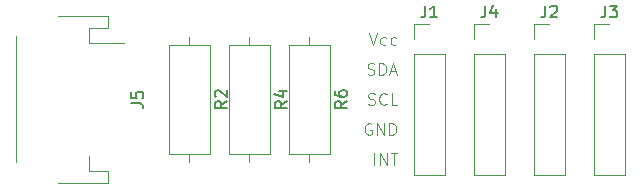
<source format=gbr>
G04 #@! TF.GenerationSoftware,KiCad,Pcbnew,8.0.3+1*
G04 #@! TF.CreationDate,2024-08-19T07:27:42+00:00*
G04 #@! TF.ProjectId,DDT_i2c_proto_breakboard,4444545f-6932-4635-9f70-726f746f5f62,r1*
G04 #@! TF.SameCoordinates,Original*
G04 #@! TF.FileFunction,Legend,Top*
G04 #@! TF.FilePolarity,Positive*
%FSLAX46Y46*%
G04 Gerber Fmt 4.6, Leading zero omitted, Abs format (unit mm)*
G04 Created by KiCad (PCBNEW 8.0.3+1) date 2024-08-19 07:27:42*
%MOMM*%
%LPD*%
G01*
G04 APERTURE LIST*
%ADD10C,0.100000*%
%ADD11C,0.150000*%
%ADD12C,0.120000*%
%ADD13R,1.700000X1.700000*%
%ADD14O,1.700000X1.700000*%
%ADD15C,1.600000*%
%ADD16O,1.600000X1.600000*%
G04 APERTURE END LIST*
D10*
X132506592Y-81737419D02*
X132506592Y-80737419D01*
X132982782Y-81737419D02*
X132982782Y-80737419D01*
X132982782Y-80737419D02*
X133554210Y-81737419D01*
X133554210Y-81737419D02*
X133554210Y-80737419D01*
X133887544Y-80737419D02*
X134458972Y-80737419D01*
X134173258Y-81737419D02*
X134173258Y-80737419D01*
X132078020Y-70577419D02*
X132411353Y-71577419D01*
X132411353Y-71577419D02*
X132744686Y-70577419D01*
X133506591Y-71529800D02*
X133411353Y-71577419D01*
X133411353Y-71577419D02*
X133220877Y-71577419D01*
X133220877Y-71577419D02*
X133125639Y-71529800D01*
X133125639Y-71529800D02*
X133078020Y-71482180D01*
X133078020Y-71482180D02*
X133030401Y-71386942D01*
X133030401Y-71386942D02*
X133030401Y-71101228D01*
X133030401Y-71101228D02*
X133078020Y-71005990D01*
X133078020Y-71005990D02*
X133125639Y-70958371D01*
X133125639Y-70958371D02*
X133220877Y-70910752D01*
X133220877Y-70910752D02*
X133411353Y-70910752D01*
X133411353Y-70910752D02*
X133506591Y-70958371D01*
X134363734Y-71529800D02*
X134268496Y-71577419D01*
X134268496Y-71577419D02*
X134078020Y-71577419D01*
X134078020Y-71577419D02*
X133982782Y-71529800D01*
X133982782Y-71529800D02*
X133935163Y-71482180D01*
X133935163Y-71482180D02*
X133887544Y-71386942D01*
X133887544Y-71386942D02*
X133887544Y-71101228D01*
X133887544Y-71101228D02*
X133935163Y-71005990D01*
X133935163Y-71005990D02*
X133982782Y-70958371D01*
X133982782Y-70958371D02*
X134078020Y-70910752D01*
X134078020Y-70910752D02*
X134268496Y-70910752D01*
X134268496Y-70910752D02*
X134363734Y-70958371D01*
X131982782Y-76609800D02*
X132125639Y-76657419D01*
X132125639Y-76657419D02*
X132363734Y-76657419D01*
X132363734Y-76657419D02*
X132458972Y-76609800D01*
X132458972Y-76609800D02*
X132506591Y-76562180D01*
X132506591Y-76562180D02*
X132554210Y-76466942D01*
X132554210Y-76466942D02*
X132554210Y-76371704D01*
X132554210Y-76371704D02*
X132506591Y-76276466D01*
X132506591Y-76276466D02*
X132458972Y-76228847D01*
X132458972Y-76228847D02*
X132363734Y-76181228D01*
X132363734Y-76181228D02*
X132173258Y-76133609D01*
X132173258Y-76133609D02*
X132078020Y-76085990D01*
X132078020Y-76085990D02*
X132030401Y-76038371D01*
X132030401Y-76038371D02*
X131982782Y-75943133D01*
X131982782Y-75943133D02*
X131982782Y-75847895D01*
X131982782Y-75847895D02*
X132030401Y-75752657D01*
X132030401Y-75752657D02*
X132078020Y-75705038D01*
X132078020Y-75705038D02*
X132173258Y-75657419D01*
X132173258Y-75657419D02*
X132411353Y-75657419D01*
X132411353Y-75657419D02*
X132554210Y-75705038D01*
X133554210Y-76562180D02*
X133506591Y-76609800D01*
X133506591Y-76609800D02*
X133363734Y-76657419D01*
X133363734Y-76657419D02*
X133268496Y-76657419D01*
X133268496Y-76657419D02*
X133125639Y-76609800D01*
X133125639Y-76609800D02*
X133030401Y-76514561D01*
X133030401Y-76514561D02*
X132982782Y-76419323D01*
X132982782Y-76419323D02*
X132935163Y-76228847D01*
X132935163Y-76228847D02*
X132935163Y-76085990D01*
X132935163Y-76085990D02*
X132982782Y-75895514D01*
X132982782Y-75895514D02*
X133030401Y-75800276D01*
X133030401Y-75800276D02*
X133125639Y-75705038D01*
X133125639Y-75705038D02*
X133268496Y-75657419D01*
X133268496Y-75657419D02*
X133363734Y-75657419D01*
X133363734Y-75657419D02*
X133506591Y-75705038D01*
X133506591Y-75705038D02*
X133554210Y-75752657D01*
X134458972Y-76657419D02*
X133982782Y-76657419D01*
X133982782Y-76657419D02*
X133982782Y-75657419D01*
X131935163Y-74069800D02*
X132078020Y-74117419D01*
X132078020Y-74117419D02*
X132316115Y-74117419D01*
X132316115Y-74117419D02*
X132411353Y-74069800D01*
X132411353Y-74069800D02*
X132458972Y-74022180D01*
X132458972Y-74022180D02*
X132506591Y-73926942D01*
X132506591Y-73926942D02*
X132506591Y-73831704D01*
X132506591Y-73831704D02*
X132458972Y-73736466D01*
X132458972Y-73736466D02*
X132411353Y-73688847D01*
X132411353Y-73688847D02*
X132316115Y-73641228D01*
X132316115Y-73641228D02*
X132125639Y-73593609D01*
X132125639Y-73593609D02*
X132030401Y-73545990D01*
X132030401Y-73545990D02*
X131982782Y-73498371D01*
X131982782Y-73498371D02*
X131935163Y-73403133D01*
X131935163Y-73403133D02*
X131935163Y-73307895D01*
X131935163Y-73307895D02*
X131982782Y-73212657D01*
X131982782Y-73212657D02*
X132030401Y-73165038D01*
X132030401Y-73165038D02*
X132125639Y-73117419D01*
X132125639Y-73117419D02*
X132363734Y-73117419D01*
X132363734Y-73117419D02*
X132506591Y-73165038D01*
X132935163Y-74117419D02*
X132935163Y-73117419D01*
X132935163Y-73117419D02*
X133173258Y-73117419D01*
X133173258Y-73117419D02*
X133316115Y-73165038D01*
X133316115Y-73165038D02*
X133411353Y-73260276D01*
X133411353Y-73260276D02*
X133458972Y-73355514D01*
X133458972Y-73355514D02*
X133506591Y-73545990D01*
X133506591Y-73545990D02*
X133506591Y-73688847D01*
X133506591Y-73688847D02*
X133458972Y-73879323D01*
X133458972Y-73879323D02*
X133411353Y-73974561D01*
X133411353Y-73974561D02*
X133316115Y-74069800D01*
X133316115Y-74069800D02*
X133173258Y-74117419D01*
X133173258Y-74117419D02*
X132935163Y-74117419D01*
X133887544Y-73831704D02*
X134363734Y-73831704D01*
X133792306Y-74117419D02*
X134125639Y-73117419D01*
X134125639Y-73117419D02*
X134458972Y-74117419D01*
X132268496Y-78245038D02*
X132173258Y-78197419D01*
X132173258Y-78197419D02*
X132030401Y-78197419D01*
X132030401Y-78197419D02*
X131887544Y-78245038D01*
X131887544Y-78245038D02*
X131792306Y-78340276D01*
X131792306Y-78340276D02*
X131744687Y-78435514D01*
X131744687Y-78435514D02*
X131697068Y-78625990D01*
X131697068Y-78625990D02*
X131697068Y-78768847D01*
X131697068Y-78768847D02*
X131744687Y-78959323D01*
X131744687Y-78959323D02*
X131792306Y-79054561D01*
X131792306Y-79054561D02*
X131887544Y-79149800D01*
X131887544Y-79149800D02*
X132030401Y-79197419D01*
X132030401Y-79197419D02*
X132125639Y-79197419D01*
X132125639Y-79197419D02*
X132268496Y-79149800D01*
X132268496Y-79149800D02*
X132316115Y-79102180D01*
X132316115Y-79102180D02*
X132316115Y-78768847D01*
X132316115Y-78768847D02*
X132125639Y-78768847D01*
X132744687Y-79197419D02*
X132744687Y-78197419D01*
X132744687Y-78197419D02*
X133316115Y-79197419D01*
X133316115Y-79197419D02*
X133316115Y-78197419D01*
X133792306Y-79197419D02*
X133792306Y-78197419D01*
X133792306Y-78197419D02*
X134030401Y-78197419D01*
X134030401Y-78197419D02*
X134173258Y-78245038D01*
X134173258Y-78245038D02*
X134268496Y-78340276D01*
X134268496Y-78340276D02*
X134316115Y-78435514D01*
X134316115Y-78435514D02*
X134363734Y-78625990D01*
X134363734Y-78625990D02*
X134363734Y-78768847D01*
X134363734Y-78768847D02*
X134316115Y-78959323D01*
X134316115Y-78959323D02*
X134268496Y-79054561D01*
X134268496Y-79054561D02*
X134173258Y-79149800D01*
X134173258Y-79149800D02*
X134030401Y-79197419D01*
X134030401Y-79197419D02*
X133792306Y-79197419D01*
D11*
X141906666Y-68249819D02*
X141906666Y-68964104D01*
X141906666Y-68964104D02*
X141859047Y-69106961D01*
X141859047Y-69106961D02*
X141763809Y-69202200D01*
X141763809Y-69202200D02*
X141620952Y-69249819D01*
X141620952Y-69249819D02*
X141525714Y-69249819D01*
X142811428Y-68583152D02*
X142811428Y-69249819D01*
X142573333Y-68202200D02*
X142335238Y-68916485D01*
X142335238Y-68916485D02*
X142954285Y-68916485D01*
X146986666Y-68249819D02*
X146986666Y-68964104D01*
X146986666Y-68964104D02*
X146939047Y-69106961D01*
X146939047Y-69106961D02*
X146843809Y-69202200D01*
X146843809Y-69202200D02*
X146700952Y-69249819D01*
X146700952Y-69249819D02*
X146605714Y-69249819D01*
X147415238Y-68345057D02*
X147462857Y-68297438D01*
X147462857Y-68297438D02*
X147558095Y-68249819D01*
X147558095Y-68249819D02*
X147796190Y-68249819D01*
X147796190Y-68249819D02*
X147891428Y-68297438D01*
X147891428Y-68297438D02*
X147939047Y-68345057D01*
X147939047Y-68345057D02*
X147986666Y-68440295D01*
X147986666Y-68440295D02*
X147986666Y-68535533D01*
X147986666Y-68535533D02*
X147939047Y-68678390D01*
X147939047Y-68678390D02*
X147367619Y-69249819D01*
X147367619Y-69249819D02*
X147986666Y-69249819D01*
X136826666Y-68249819D02*
X136826666Y-68964104D01*
X136826666Y-68964104D02*
X136779047Y-69106961D01*
X136779047Y-69106961D02*
X136683809Y-69202200D01*
X136683809Y-69202200D02*
X136540952Y-69249819D01*
X136540952Y-69249819D02*
X136445714Y-69249819D01*
X137826666Y-69249819D02*
X137255238Y-69249819D01*
X137540952Y-69249819D02*
X137540952Y-68249819D01*
X137540952Y-68249819D02*
X137445714Y-68392676D01*
X137445714Y-68392676D02*
X137350476Y-68487914D01*
X137350476Y-68487914D02*
X137255238Y-68535533D01*
X125094819Y-76366666D02*
X124618628Y-76699999D01*
X125094819Y-76938094D02*
X124094819Y-76938094D01*
X124094819Y-76938094D02*
X124094819Y-76557142D01*
X124094819Y-76557142D02*
X124142438Y-76461904D01*
X124142438Y-76461904D02*
X124190057Y-76414285D01*
X124190057Y-76414285D02*
X124285295Y-76366666D01*
X124285295Y-76366666D02*
X124428152Y-76366666D01*
X124428152Y-76366666D02*
X124523390Y-76414285D01*
X124523390Y-76414285D02*
X124571009Y-76461904D01*
X124571009Y-76461904D02*
X124618628Y-76557142D01*
X124618628Y-76557142D02*
X124618628Y-76938094D01*
X124428152Y-75509523D02*
X125094819Y-75509523D01*
X124047200Y-75747618D02*
X124761485Y-75985713D01*
X124761485Y-75985713D02*
X124761485Y-75366666D01*
X130174819Y-76366666D02*
X129698628Y-76699999D01*
X130174819Y-76938094D02*
X129174819Y-76938094D01*
X129174819Y-76938094D02*
X129174819Y-76557142D01*
X129174819Y-76557142D02*
X129222438Y-76461904D01*
X129222438Y-76461904D02*
X129270057Y-76414285D01*
X129270057Y-76414285D02*
X129365295Y-76366666D01*
X129365295Y-76366666D02*
X129508152Y-76366666D01*
X129508152Y-76366666D02*
X129603390Y-76414285D01*
X129603390Y-76414285D02*
X129651009Y-76461904D01*
X129651009Y-76461904D02*
X129698628Y-76557142D01*
X129698628Y-76557142D02*
X129698628Y-76938094D01*
X129174819Y-75509523D02*
X129174819Y-75699999D01*
X129174819Y-75699999D02*
X129222438Y-75795237D01*
X129222438Y-75795237D02*
X129270057Y-75842856D01*
X129270057Y-75842856D02*
X129412914Y-75938094D01*
X129412914Y-75938094D02*
X129603390Y-75985713D01*
X129603390Y-75985713D02*
X129984342Y-75985713D01*
X129984342Y-75985713D02*
X130079580Y-75938094D01*
X130079580Y-75938094D02*
X130127200Y-75890475D01*
X130127200Y-75890475D02*
X130174819Y-75795237D01*
X130174819Y-75795237D02*
X130174819Y-75604761D01*
X130174819Y-75604761D02*
X130127200Y-75509523D01*
X130127200Y-75509523D02*
X130079580Y-75461904D01*
X130079580Y-75461904D02*
X129984342Y-75414285D01*
X129984342Y-75414285D02*
X129746247Y-75414285D01*
X129746247Y-75414285D02*
X129651009Y-75461904D01*
X129651009Y-75461904D02*
X129603390Y-75509523D01*
X129603390Y-75509523D02*
X129555771Y-75604761D01*
X129555771Y-75604761D02*
X129555771Y-75795237D01*
X129555771Y-75795237D02*
X129603390Y-75890475D01*
X129603390Y-75890475D02*
X129651009Y-75938094D01*
X129651009Y-75938094D02*
X129746247Y-75985713D01*
X120014819Y-76366666D02*
X119538628Y-76699999D01*
X120014819Y-76938094D02*
X119014819Y-76938094D01*
X119014819Y-76938094D02*
X119014819Y-76557142D01*
X119014819Y-76557142D02*
X119062438Y-76461904D01*
X119062438Y-76461904D02*
X119110057Y-76414285D01*
X119110057Y-76414285D02*
X119205295Y-76366666D01*
X119205295Y-76366666D02*
X119348152Y-76366666D01*
X119348152Y-76366666D02*
X119443390Y-76414285D01*
X119443390Y-76414285D02*
X119491009Y-76461904D01*
X119491009Y-76461904D02*
X119538628Y-76557142D01*
X119538628Y-76557142D02*
X119538628Y-76938094D01*
X119110057Y-75985713D02*
X119062438Y-75938094D01*
X119062438Y-75938094D02*
X119014819Y-75842856D01*
X119014819Y-75842856D02*
X119014819Y-75604761D01*
X119014819Y-75604761D02*
X119062438Y-75509523D01*
X119062438Y-75509523D02*
X119110057Y-75461904D01*
X119110057Y-75461904D02*
X119205295Y-75414285D01*
X119205295Y-75414285D02*
X119300533Y-75414285D01*
X119300533Y-75414285D02*
X119443390Y-75461904D01*
X119443390Y-75461904D02*
X120014819Y-76033332D01*
X120014819Y-76033332D02*
X120014819Y-75414285D01*
X152066666Y-68249819D02*
X152066666Y-68964104D01*
X152066666Y-68964104D02*
X152019047Y-69106961D01*
X152019047Y-69106961D02*
X151923809Y-69202200D01*
X151923809Y-69202200D02*
X151780952Y-69249819D01*
X151780952Y-69249819D02*
X151685714Y-69249819D01*
X152447619Y-68249819D02*
X153066666Y-68249819D01*
X153066666Y-68249819D02*
X152733333Y-68630771D01*
X152733333Y-68630771D02*
X152876190Y-68630771D01*
X152876190Y-68630771D02*
X152971428Y-68678390D01*
X152971428Y-68678390D02*
X153019047Y-68726009D01*
X153019047Y-68726009D02*
X153066666Y-68821247D01*
X153066666Y-68821247D02*
X153066666Y-69059342D01*
X153066666Y-69059342D02*
X153019047Y-69154580D01*
X153019047Y-69154580D02*
X152971428Y-69202200D01*
X152971428Y-69202200D02*
X152876190Y-69249819D01*
X152876190Y-69249819D02*
X152590476Y-69249819D01*
X152590476Y-69249819D02*
X152495238Y-69202200D01*
X152495238Y-69202200D02*
X152447619Y-69154580D01*
X111934819Y-76533333D02*
X112649104Y-76533333D01*
X112649104Y-76533333D02*
X112791961Y-76580952D01*
X112791961Y-76580952D02*
X112887200Y-76676190D01*
X112887200Y-76676190D02*
X112934819Y-76819047D01*
X112934819Y-76819047D02*
X112934819Y-76914285D01*
X111934819Y-75580952D02*
X111934819Y-76057142D01*
X111934819Y-76057142D02*
X112411009Y-76104761D01*
X112411009Y-76104761D02*
X112363390Y-76057142D01*
X112363390Y-76057142D02*
X112315771Y-75961904D01*
X112315771Y-75961904D02*
X112315771Y-75723809D01*
X112315771Y-75723809D02*
X112363390Y-75628571D01*
X112363390Y-75628571D02*
X112411009Y-75580952D01*
X112411009Y-75580952D02*
X112506247Y-75533333D01*
X112506247Y-75533333D02*
X112744342Y-75533333D01*
X112744342Y-75533333D02*
X112839580Y-75580952D01*
X112839580Y-75580952D02*
X112887200Y-75628571D01*
X112887200Y-75628571D02*
X112934819Y-75723809D01*
X112934819Y-75723809D02*
X112934819Y-75961904D01*
X112934819Y-75961904D02*
X112887200Y-76057142D01*
X112887200Y-76057142D02*
X112839580Y-76104761D01*
D12*
X140910000Y-69795000D02*
X142240000Y-69795000D01*
X140910000Y-71125000D02*
X140910000Y-69795000D01*
X140910000Y-72395000D02*
X140910000Y-82615000D01*
X140910000Y-72395000D02*
X143570000Y-72395000D01*
X140910000Y-82615000D02*
X143570000Y-82615000D01*
X143570000Y-72395000D02*
X143570000Y-82615000D01*
X145990000Y-69795000D02*
X147320000Y-69795000D01*
X145990000Y-71125000D02*
X145990000Y-69795000D01*
X145990000Y-72395000D02*
X145990000Y-82615000D01*
X145990000Y-72395000D02*
X148650000Y-72395000D01*
X145990000Y-82615000D02*
X148650000Y-82615000D01*
X148650000Y-72395000D02*
X148650000Y-82615000D01*
X135830000Y-69795000D02*
X137160000Y-69795000D01*
X135830000Y-71125000D02*
X135830000Y-69795000D01*
X135830000Y-72395000D02*
X135830000Y-82615000D01*
X135830000Y-72395000D02*
X138490000Y-72395000D01*
X135830000Y-82615000D02*
X138490000Y-82615000D01*
X138490000Y-72395000D02*
X138490000Y-82615000D01*
X120200000Y-71580000D02*
X120200000Y-80820000D01*
X120200000Y-80820000D02*
X123640000Y-80820000D01*
X121920000Y-70890000D02*
X121920000Y-71580000D01*
X121920000Y-81510000D02*
X121920000Y-80820000D01*
X123640000Y-71580000D02*
X120200000Y-71580000D01*
X123640000Y-80820000D02*
X123640000Y-71580000D01*
X125280000Y-71580000D02*
X125280000Y-80820000D01*
X125280000Y-80820000D02*
X128720000Y-80820000D01*
X127000000Y-70890000D02*
X127000000Y-71580000D01*
X127000000Y-81510000D02*
X127000000Y-80820000D01*
X128720000Y-71580000D02*
X125280000Y-71580000D01*
X128720000Y-80820000D02*
X128720000Y-71580000D01*
X115120000Y-71580000D02*
X115120000Y-80820000D01*
X115120000Y-80820000D02*
X118560000Y-80820000D01*
X116840000Y-70890000D02*
X116840000Y-71580000D01*
X116840000Y-81510000D02*
X116840000Y-80820000D01*
X118560000Y-71580000D02*
X115120000Y-71580000D01*
X118560000Y-80820000D02*
X118560000Y-71580000D01*
X151070000Y-69795000D02*
X152400000Y-69795000D01*
X151070000Y-71125000D02*
X151070000Y-69795000D01*
X151070000Y-72395000D02*
X151070000Y-82615000D01*
X151070000Y-72395000D02*
X153730000Y-72395000D01*
X151070000Y-82615000D02*
X153730000Y-82615000D01*
X153730000Y-72395000D02*
X153730000Y-82615000D01*
X102170000Y-70860000D02*
X102170000Y-81540000D01*
X105740000Y-69140000D02*
X109990000Y-69140000D01*
X105740000Y-83260000D02*
X109990000Y-83260000D01*
X108390000Y-70160000D02*
X108390000Y-71440000D01*
X108390000Y-71440000D02*
X111280000Y-71440000D01*
X108390000Y-82240000D02*
X108390000Y-80960000D01*
X109990000Y-69140000D02*
X109990000Y-70160000D01*
X109990000Y-70160000D02*
X108390000Y-70160000D01*
X109990000Y-82240000D02*
X108390000Y-82240000D01*
X109990000Y-83260000D02*
X109990000Y-82240000D01*
%LPC*%
D13*
X142240000Y-71125000D03*
D14*
X142240000Y-73665000D03*
X142240000Y-76205000D03*
X142240000Y-78745000D03*
X142240000Y-81285000D03*
D13*
X147320000Y-71125000D03*
D14*
X147320000Y-73665000D03*
X147320000Y-76205000D03*
X147320000Y-78745000D03*
X147320000Y-81285000D03*
D13*
X137160000Y-71125000D03*
D14*
X137160000Y-73665000D03*
X137160000Y-76205000D03*
X137160000Y-78745000D03*
X137160000Y-81285000D03*
D15*
X121920000Y-69850000D03*
D16*
X121920000Y-82550000D03*
D15*
X127000000Y-69850000D03*
D16*
X127000000Y-82550000D03*
D15*
X116840000Y-69850000D03*
D16*
X116840000Y-82550000D03*
D13*
X152400000Y-71125000D03*
D14*
X152400000Y-73665000D03*
X152400000Y-76205000D03*
X152400000Y-78745000D03*
X152400000Y-81285000D03*
G36*
G01*
X108030000Y-71700000D02*
X111030000Y-71700000D01*
G75*
G02*
X111280000Y-71950000I0J-250000D01*
G01*
X111280000Y-72450000D01*
G75*
G02*
X111030000Y-72700000I-250000J0D01*
G01*
X108030000Y-72700000D01*
G75*
G02*
X107780000Y-72450000I0J250000D01*
G01*
X107780000Y-71950000D01*
G75*
G02*
X108030000Y-71700000I250000J0D01*
G01*
G37*
G36*
G01*
X108030000Y-73700000D02*
X111030000Y-73700000D01*
G75*
G02*
X111280000Y-73950000I0J-250000D01*
G01*
X111280000Y-74450000D01*
G75*
G02*
X111030000Y-74700000I-250000J0D01*
G01*
X108030000Y-74700000D01*
G75*
G02*
X107780000Y-74450000I0J250000D01*
G01*
X107780000Y-73950000D01*
G75*
G02*
X108030000Y-73700000I250000J0D01*
G01*
G37*
G36*
G01*
X108030000Y-75700000D02*
X111030000Y-75700000D01*
G75*
G02*
X111280000Y-75950000I0J-250000D01*
G01*
X111280000Y-76450000D01*
G75*
G02*
X111030000Y-76700000I-250000J0D01*
G01*
X108030000Y-76700000D01*
G75*
G02*
X107780000Y-76450000I0J250000D01*
G01*
X107780000Y-75950000D01*
G75*
G02*
X108030000Y-75700000I250000J0D01*
G01*
G37*
G36*
G01*
X108030000Y-77700000D02*
X111030000Y-77700000D01*
G75*
G02*
X111280000Y-77950000I0J-250000D01*
G01*
X111280000Y-78450000D01*
G75*
G02*
X111030000Y-78700000I-250000J0D01*
G01*
X108030000Y-78700000D01*
G75*
G02*
X107780000Y-78450000I0J250000D01*
G01*
X107780000Y-77950000D01*
G75*
G02*
X108030000Y-77700000I250000J0D01*
G01*
G37*
G36*
G01*
X108030000Y-79700000D02*
X111030000Y-79700000D01*
G75*
G02*
X111280000Y-79950000I0J-250000D01*
G01*
X111280000Y-80450000D01*
G75*
G02*
X111030000Y-80700000I-250000J0D01*
G01*
X108030000Y-80700000D01*
G75*
G02*
X107780000Y-80450000I0J250000D01*
G01*
X107780000Y-79950000D01*
G75*
G02*
X108030000Y-79700000I250000J0D01*
G01*
G37*
G36*
G01*
X102330001Y-69100000D02*
X105229999Y-69100000D01*
G75*
G02*
X105480000Y-69350001I0J-250001D01*
G01*
X105480000Y-70349999D01*
G75*
G02*
X105229999Y-70600000I-250001J0D01*
G01*
X102330001Y-70600000D01*
G75*
G02*
X102080000Y-70349999I0J250001D01*
G01*
X102080000Y-69350001D01*
G75*
G02*
X102330001Y-69100000I250001J0D01*
G01*
G37*
G36*
G01*
X102330001Y-81800000D02*
X105229999Y-81800000D01*
G75*
G02*
X105480000Y-82050001I0J-250001D01*
G01*
X105480000Y-83049999D01*
G75*
G02*
X105229999Y-83300000I-250001J0D01*
G01*
X102330001Y-83300000D01*
G75*
G02*
X102080000Y-83049999I0J250001D01*
G01*
X102080000Y-82050001D01*
G75*
G02*
X102330001Y-81800000I250001J0D01*
G01*
G37*
%LPD*%
M02*

</source>
